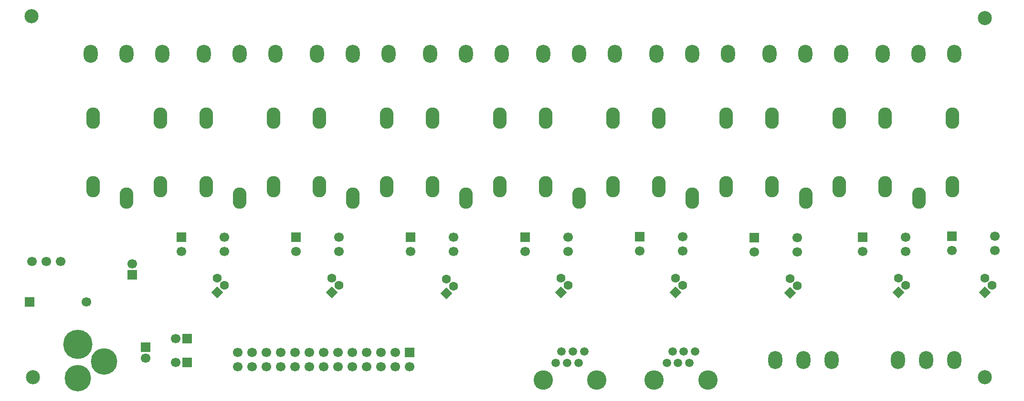
<source format=gbr>
G04 DipTrace 3.0.0.1*
G04 BottomMask.gbr*
%MOIN*%
G04 #@! TF.FileFunction,Soldermask,Bot*
G04 #@! TF.Part,Single*
%AMOUTLINE1*5,1,4,0,0,0.082002,0.0*%
%ADD61C,0.059055*%
%ADD75C,0.098425*%
%ADD76C,0.135827*%
%ADD93C,0.062992*%
%ADD95C,0.066929*%
%ADD97O,0.094488X0.149606*%
%ADD99C,0.204724*%
%ADD101C,0.185039*%
%ADD105C,0.066929*%
%ADD106R,0.066929X0.066929*%
%ADD112O,0.098425X0.125984*%
%ADD125OUTLINE1*%
%FSLAX26Y26*%
G04*
G70*
G90*
G75*
G01*
G04 BotMask*
%LPD*%
D112*
X6090551Y633858D3*
X5893701D3*
X5696850D3*
X6948819D3*
X6751969D3*
X6555118D3*
X1418822Y2776701D3*
X1168822D3*
X918822D3*
X2208822D3*
X1958822D3*
X1708822D3*
X2998822D3*
X2748822D3*
X2498822D3*
X3788822D3*
X3538822D3*
X3288822D3*
X4578822D3*
X4328822D3*
X4078822D3*
X5368822D3*
X5118822D3*
X4868822D3*
X6158822D3*
X5908822D3*
X5658822D3*
X6948822D3*
X6698822D3*
X6448822D3*
D106*
X489322Y1040256D3*
D105*
X886959D3*
D75*
X7161940Y3028026D3*
X515190Y515189D3*
X7161877Y515289D3*
X503720Y3039619D3*
D101*
X826820Y506677D3*
D99*
Y742898D3*
D101*
X1011860Y624787D3*
D106*
X1589322Y618701D3*
D105*
X1510581D3*
D106*
X1301820Y724951D3*
D105*
Y646211D3*
D106*
X1208071Y1229512D3*
D105*
Y1308252D3*
D106*
X1591192Y783071D3*
D105*
X1512451D3*
D97*
X1168822Y1768701D3*
X1403822Y1848701D3*
X933822D3*
Y2328701D3*
X1403822D3*
X1958822Y1768701D3*
X2193822Y1848701D3*
X1723822D3*
Y2328701D3*
X2193822D3*
X2748822Y1768701D3*
X2983822Y1848701D3*
X2513822D3*
Y2328701D3*
X2983822D3*
X3538822Y1768701D3*
X3773822Y1848701D3*
X3303822D3*
Y2328701D3*
X3773822D3*
X4328822Y1768701D3*
X4563822Y1848701D3*
X4093822D3*
Y2328701D3*
X4563822D3*
X5118822Y1768701D3*
X5353822Y1848701D3*
X4883822D3*
Y2328701D3*
X5353822D3*
X5910822Y1768701D3*
X6145822Y1848701D3*
X5675822D3*
Y2328701D3*
X6145822D3*
X6700822Y1768701D3*
X6935822Y1848701D3*
X6465822D3*
Y2328701D3*
X6935822D3*
D106*
X1551822Y1493701D3*
D95*
Y1393701D3*
X1851822D3*
Y1493701D3*
D106*
X2351822D3*
D95*
Y1393701D3*
X2651822D3*
Y1493701D3*
D106*
X3151822D3*
D95*
Y1393701D3*
X3451822D3*
Y1493701D3*
D106*
X3951819D3*
D95*
Y1393701D3*
X4251819D3*
Y1493701D3*
D106*
X4751822Y1496701D3*
D95*
Y1396701D3*
X5051822D3*
Y1496701D3*
D106*
X5551858Y1491701D3*
D95*
Y1391701D3*
X5851858D3*
Y1491701D3*
D106*
X6308084Y1493701D3*
D95*
Y1393701D3*
X6608084D3*
Y1493701D3*
D106*
X6930071Y1499950D3*
D95*
Y1399950D3*
X7230071D3*
Y1499950D3*
D93*
X1801820Y1206201D3*
X1851820Y1156201D3*
D125*
X1801820Y1106201D3*
D93*
X2601820Y1206201D3*
X2651820Y1156201D3*
D125*
X2601820Y1106201D3*
D93*
X3401820Y1199951D3*
X3451820Y1149951D3*
D125*
X3401820Y1099951D3*
D93*
X4201819Y1206201D3*
X4251819Y1156201D3*
D125*
X4201819Y1106201D3*
D93*
X5002322Y1206201D3*
X5052322Y1156201D3*
D125*
X5002322Y1106201D3*
D93*
X5801857Y1204201D3*
X5851857Y1154201D3*
D125*
X5801857Y1104201D3*
D93*
X6558084Y1206201D3*
X6608084Y1156201D3*
D125*
X6558084Y1106201D3*
D93*
X7161071Y1206201D3*
X7211071Y1156201D3*
D125*
X7161071Y1106201D3*
D61*
X4164322Y612450D3*
X4244243D3*
X4324164D3*
X4364164Y692371D3*
X4284243D3*
X4204322D3*
D76*
X4451723Y492411D3*
X4076841Y492403D3*
D61*
X4939320Y612450D3*
X5019241D3*
X5099163D3*
X5139163Y692371D3*
X5059241D3*
X4979320D3*
D76*
X5226722Y492411D3*
X4851840Y492403D3*
D106*
X3145571Y687451D3*
D95*
X3045571D3*
X2945571D3*
X2845571D3*
X2745571D3*
X2645571D3*
X2545571D3*
X2445571D3*
X2345571D3*
X2245571D3*
X2145571D3*
X2045571D3*
X1945571D3*
Y587451D3*
X2045571D3*
X2145571D3*
X2245571D3*
X2345571D3*
X2445571D3*
X2545571D3*
X2645571D3*
X2745571D3*
X2845571D3*
X2945571D3*
X3045571D3*
X3145571D3*
X506127Y1324820D3*
X606127D3*
X706127D3*
M02*

</source>
